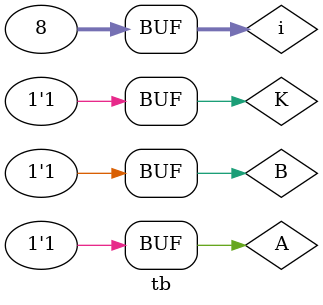
<source format=v>
module q7(output reg s,
	  output reg c,
	  input k,
	  input a, b);
  
  always@(*)
	begin
		case({k,a,b})
			3'b000 : begin s = 1'b0; c = 1'b0; end
			3'b001 : begin s = 1'b1; c = 1'b0; end
			3'b010 : begin s = 1'b1; c = 1'b0; end
			3'b011 : begin s = 1'b0; c = 1'b1; end
			3'b100 : begin s = 1'b0; c = 1'b0; end
			3'b101 : begin s = 1'b1; c = 1'b1; end
			3'b110 : begin s = 1'b1; c = 1'b0; end
			3'b111 : begin s = 1'b0; c = 1'b0; end
			default : begin s = 1'b0; c = 1'b0; end
		endcase
	end
	

endmodule

//testbench
module tb;
  wire S, C;
  reg K, A, B;
  integer i;

  q7 i1 (.k(K), .a(A), .b(B), .s(S), .c(C));

initial
	begin
		K <= 1'b0;
		A <= 1'b0;
		B <= 1'b0;

		$monitor ("time=%t, k=%b, a=%b, b=%b, s=%b, c=%b", $time, K,A,B,S,C);

		for(i=0; i<8; i=i+1)
			begin
				{K,A,B} = i;
				#10;
			end 
	end
endmodule

</source>
